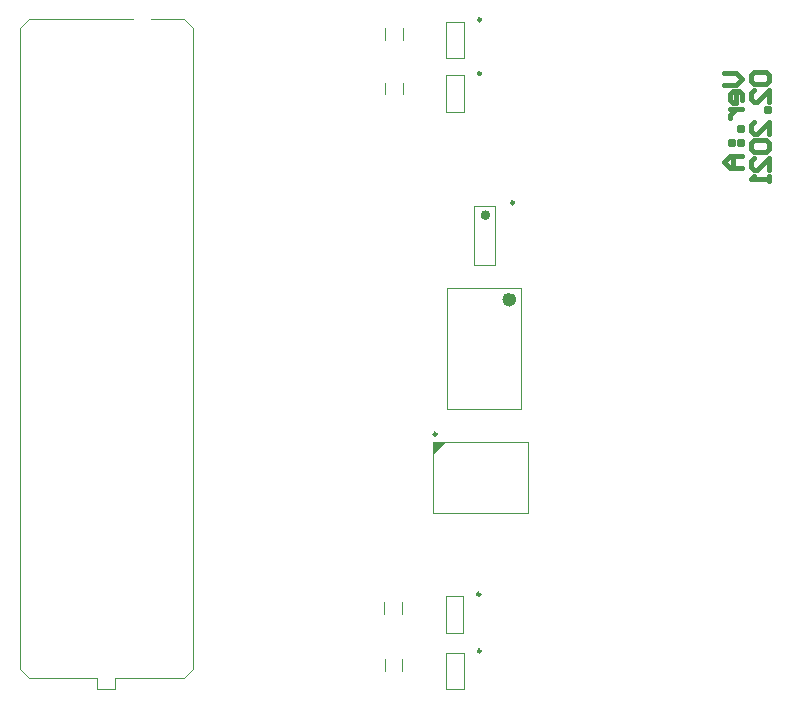
<source format=gbo>
G04*
G04 #@! TF.GenerationSoftware,Altium Limited,Altium NEXUS,4.1.1 (18)*
G04*
G04 Layer_Color=32896*
%FSLAX44Y44*%
%MOMM*%
G71*
G04*
G04 #@! TF.SameCoordinates,414CCE93-DEC9-4F78-9D08-55E8399EB41D*
G04*
G04*
G04 #@! TF.FilePolarity,Positive*
G04*
G01*
G75*
%ADD11C,0.2500*%
%ADD13C,0.1250*%
%ADD42C,0.4000*%
%ADD88C,0.6000*%
G36*
X257000Y226000D02*
X267000Y236000D01*
X257000D01*
Y226000D01*
D02*
G37*
D11*
X259750Y242500D02*
G03*
X259750Y242500I-1250J0D01*
G01*
X325250Y438550D02*
G03*
X325250Y438550I-1250J0D01*
G01*
X296568Y107003D02*
G03*
X296568Y107003I-1250J0D01*
G01*
X297250Y548000D02*
G03*
X297250Y548000I-1250J0D01*
G01*
X297312Y593425D02*
G03*
X297312Y593425I-1250J0D01*
G01*
X297165Y58967D02*
G03*
X297165Y58967I-1250J0D01*
G01*
D13*
X337000Y176000D02*
Y236000D01*
X257000Y176000D02*
Y236000D01*
Y176000D02*
X337000D01*
X257000Y236000D02*
X337000D01*
X257000Y226000D02*
X267000Y236000D01*
X-85766Y593884D02*
X2500D01*
X17500D02*
X45805D01*
X53425Y78519D02*
Y551466D01*
X-93387Y78519D02*
Y551466D01*
Y43720D02*
Y78519D01*
Y43720D02*
X-85766Y36100D01*
X53425Y551466D02*
Y586264D01*
X45805Y593884D02*
X53425Y586264D01*
X-93387D02*
X-85766Y593884D01*
X-93387Y551466D02*
Y586264D01*
X-85766Y36100D02*
X-27601D01*
Y27210D02*
Y36100D01*
Y27210D02*
X-12361D01*
Y36100D01*
X45805D01*
X53425Y43720D01*
Y78519D01*
X309000Y386000D02*
Y436000D01*
X291000Y386000D02*
Y436000D01*
X309000D01*
X291000Y386000D02*
X309000D01*
X331250Y263500D02*
Y366500D01*
X268750Y263500D02*
Y366500D01*
X331250D01*
X268750Y263500D02*
X331250D01*
X230281Y90318D02*
Y100318D01*
X215281Y90318D02*
Y100318D01*
X230652Y42287D02*
Y52287D01*
X215652Y42287D02*
Y52287D01*
X282318Y74503D02*
Y105503D01*
X267318Y74503D02*
Y105503D01*
X282318D01*
X267318Y74503D02*
X282318D01*
X231242Y530219D02*
Y540219D01*
X216242Y530219D02*
Y540219D01*
X283000Y515500D02*
Y546500D01*
X268000Y515500D02*
Y546500D01*
X283000D01*
X268000Y515500D02*
X283000D01*
X231230Y576110D02*
Y586110D01*
X216230Y576110D02*
Y586110D01*
X283062Y560925D02*
Y591925D01*
X268062Y560925D02*
Y591925D01*
X283062D01*
X268062Y560925D02*
X283062D01*
X282915Y26467D02*
Y57467D01*
X267915Y26467D02*
Y57467D01*
X282915D01*
X267915Y26467D02*
X282915D01*
D42*
X303000Y428000D02*
G03*
X303000Y428000I-2000J0D01*
G01*
X528504Y549000D02*
X526005Y546501D01*
Y541502D01*
X528504Y539003D01*
X538501D01*
X541000Y541502D01*
Y546501D01*
X538501Y549000D01*
X528504D01*
X541000Y524008D02*
Y534005D01*
X531003Y524008D01*
X528504D01*
X526005Y526507D01*
Y531506D01*
X528504Y534005D01*
X541000Y519010D02*
X538501D01*
Y516511D01*
X541000D01*
Y519010D01*
Y496517D02*
Y506514D01*
X531003Y496517D01*
X528504D01*
X526005Y499016D01*
Y504015D01*
X528504Y506514D01*
Y491519D02*
X526005Y489019D01*
Y484021D01*
X528504Y481522D01*
X538501D01*
X541000Y484021D01*
Y489019D01*
X538501Y491519D01*
X528504D01*
X541000Y466527D02*
Y476524D01*
X531003Y466527D01*
X528504D01*
X526005Y469026D01*
Y474024D01*
X528504Y476524D01*
X541000Y461528D02*
Y456530D01*
Y459029D01*
X526005D01*
X528504Y461528D01*
X503005Y548000D02*
X513002D01*
X518000Y543002D01*
X513002Y538003D01*
X503005D01*
X518000Y525507D02*
Y530506D01*
X515501Y533005D01*
X510502D01*
X508003Y530506D01*
Y525507D01*
X510502Y523008D01*
X513002D01*
Y533005D01*
X508003Y518010D02*
X518000D01*
X513002D01*
X510502Y515510D01*
X508003Y513011D01*
Y510512D01*
X518000Y503014D02*
X515501D01*
Y500515D01*
X518000D01*
Y503014D01*
X508003Y490519D02*
Y488019D01*
X510502D01*
Y490519D01*
X508003D01*
X515501D02*
Y488019D01*
X518000D01*
Y490519D01*
X515501D01*
X518000Y478023D02*
X508003D01*
X503005Y473024D01*
X508003Y468026D01*
X518000D01*
X510502D01*
Y478023D01*
D88*
X324250Y356500D02*
G03*
X324250Y356500I-3000J0D01*
G01*
M02*

</source>
